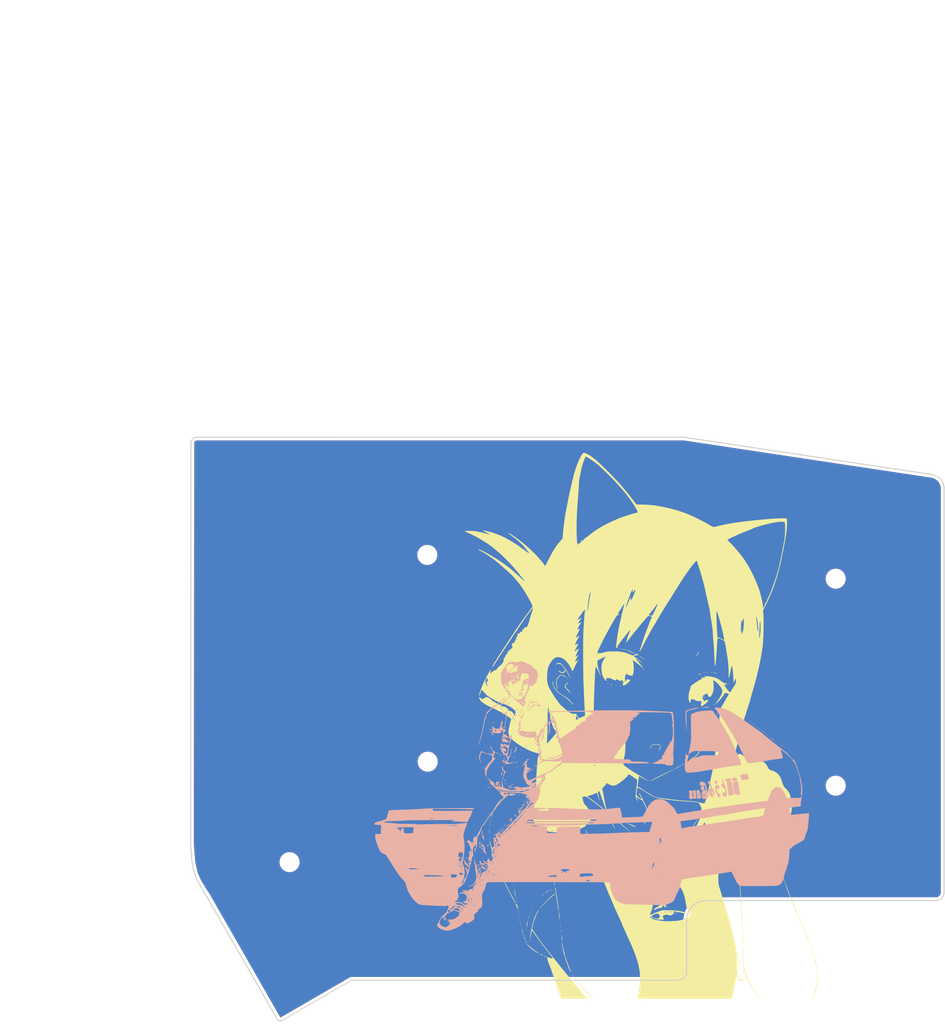
<source format=kicad_pcb>
(kicad_pcb (version 20171130) (host pcbnew "(5.1.4)-1")
  (title_block (title "Lotus 58 Glow MX") (date 2020-12-12) (rev 0.95) (company "Markus Knutsson <markus.knutsson@tweety.se>") (comment 1 https://github.com/TweetyDaBird) (comment 2 "Licensed under CERN-OHL-S v2 or any superseding version"))
  (layers (0 F.Cu signal) (31 B.Cu signal) (34 B.Paste user) (35 F.Paste user) (36 B.SilkS user) (37 F.SilkS user) (38 B.Mask user) (39 F.Mask user) (44 Edge.Cuts user))
  (net 0 "")
  (module "images:kaguya silkscreen" (layer F.Cu) (at 163.83 88.9)
    (fp_text reference G*** hide)
    (fp_text value LOGO hide)
  )
  (module "images:takumi silkscreen" (layer B.Cu) (at 154.94 104.14 180)
    (fp_text reference G*** hide)
    (fp_text value LOGO hide)
  )
  (module MountingHole:MountingHole_2.7mm_M2.5 (layer F.Cu) (at 98.8949 114.1095 90)
    (fp_text reference TH7 hide)
    (fp_text value HOLE)
    (pad 1 np_thru_hole circle (at 0 0 90) (size 2.7 2.7) (drill 2.7) (layers *.Cu *.Mask))
  )
  (module MountingHole:MountingHole_2.7mm_M2.5 (layer F.Cu) (at 199.7 100)
    (fp_text reference TH6 hide)
    (fp_text value HOLE)
    (pad 1 np_thru_hole circle (at 0 0) (size 2.7 2.7) (drill 2.7) (layers *.Cu *.Mask))
  )
  (module MountingHole:MountingHole_2.7mm_M2.5 (layer F.Cu) (at 124.3965 95.5675)
    (fp_text reference TH5 hide)
    (fp_text value HOLE)
    (pad 1 np_thru_hole circle (at 0 0) (size 2.7 2.7) (drill 2.7) (layers *.Cu *.Mask))
  )
  (module MountingHole:MountingHole_2.7mm_M2.5 (layer F.Cu) (at 199.7 61.8)
    (fp_text reference TH4 hide)
    (fp_text value HOLE)
    (pad 1 np_thru_hole circle (at 0 0) (size 2.7 2.7) (drill 2.7) (layers *.Cu *.Mask))
  )
  (module MountingHole:MountingHole_2.7mm_M2.5 (layer F.Cu) (at 124.32538 57.40908)
    (fp_text reference TH3 hide)
    (fp_text value HOLE)
    (pad 1 np_thru_hole circle (at 0 0) (size 2.7 2.7) (drill 2.7) (layers *.Cu *.Mask))
  )
  (gr_line (start 80.7085 111.8235) (end 80.772 112.649) (layer Edge.Cuts) (width 0.2))
  (gr_line (start 80.772 112.649) (end 80.899 114.1095) (layer Edge.Cuts) (width 0.2))
  (gr_line (start 97.594758 143.271756) (end 110.31982 135.90524) (layer Edge.Cuts) (width 0.2))
  (gr_line (start 218.511891 42.96639) (end 217.79552 42.621355) (layer Edge.Cuts) (width 0.2))
  (gr_line (start 219.50172 44.1452) (end 219.70492 44.8564) (layer Edge.Cuts) (width 0.2))
  (gr_line (start 219.13342 43.5102) (end 219.50172 44.1452) (layer Edge.Cuts) (width 0.2))
  (gr_line (start 175.719348 121.193595) (end 218.18092 121.19356) (layer Edge.Cuts) (width 0.2))
  (gr_line (start 175.013524 121.264638) (end 175.719348 121.193595) (layer Edge.Cuts) (width 0.2))
  (gr_line (start 174.356326 121.468421) (end 175.013524 121.264638) (layer Edge.Cuts) (width 0.2))
  (gr_line (start 173.761773 121.790925) (end 174.356326 121.468421) (layer Edge.Cuts) (width 0.2))
  (gr_line (start 173.243884 122.218131) (end 173.761773 121.790925) (layer Edge.Cuts) (width 0.2))
  (gr_line (start 172.816678 122.73602) (end 173.243884 122.218131) (layer Edge.Cuts) (width 0.2))
  (gr_line (start 172.494174 123.330573) (end 172.816678 122.73602) (layer Edge.Cuts) (width 0.2))
  (gr_line (start 172.290391 123.987771) (end 172.494174 123.330573) (layer Edge.Cuts) (width 0.2))
  (gr_line (start 172.19422 124.69622) (end 172.290391 123.987771) (layer Edge.Cuts) (width 0.2))
  (gr_line (start 217.79552 42.621355) (end 171.704 35.687) (layer Edge.Cuts) (width 0.2))
  (gr_line (start 171.53204 135.649242) (end 171.277232 135.787458) (layer Edge.Cuts) (width 0.2))
  (gr_line (start 171.753993 135.466153) (end 171.53204 135.649242) (layer Edge.Cuts) (width 0.2))
  (gr_line (start 171.937081 135.244201) (end 171.753993 135.466153) (layer Edge.Cuts) (width 0.2))
  (gr_line (start 172.075297 134.989392) (end 171.937081 135.244201) (layer Edge.Cuts) (width 0.2))
  (gr_line (start 172.162633 134.707736) (end 172.075297 134.989392) (layer Edge.Cuts) (width 0.2))
  (gr_line (start 172.19308 134.427634) (end 172.162633 134.707736) (layer Edge.Cuts) (width 0.2))
  (gr_line (start 219.70492 44.8564) (end 219.70492 119.6848) (layer Edge.Cuts) (width 0.2))
  (gr_line (start 81.163697 35.869721) (end 81.342063 35.77297) (layer Edge.Cuts) (width 0.2))
  (gr_line (start 81.00833 35.997883) (end 81.163697 35.869721) (layer Edge.Cuts) (width 0.2))
  (gr_line (start 80.880169 36.153249) (end 81.00833 35.997883) (layer Edge.Cuts) (width 0.2))
  (gr_line (start 80.783417 36.331615) (end 80.880169 36.153249) (layer Edge.Cuts) (width 0.2))
  (gr_line (start 80.722283 36.528775) (end 80.783417 36.331615) (layer Edge.Cuts) (width 0.2))
  (gr_line (start 80.7003 36.7444) (end 80.722283 36.528775) (layer Edge.Cuts) (width 0.2))
  (gr_line (start 81.539222 35.711835) (end 81.7544 35.6903) (layer Edge.Cuts) (width 0.2))
  (gr_line (start 81.342063 35.77297) (end 81.539222 35.711835) (layer Edge.Cuts) (width 0.2))
  (gr_line (start 171.704 35.687) (end 81.7544 35.6903) (layer Edge.Cuts) (width 0.2))
  (gr_line (start 80.645 110.617) (end 80.7003 36.7444) (layer Edge.Cuts) (width 0.2))
  (gr_line (start 81.4197 116.3955) (end 81.9785 117.6655) (layer Edge.Cuts) (width 0.2))
  (gr_line (start 81.153 115.3795) (end 81.4197 116.3955) (layer Edge.Cuts) (width 0.2))
  (gr_line (start 80.645 110.617) (end 80.7085 111.8235) (layer Edge.Cuts) (width 0.2))
  (gr_line (start 97.426864 143.357278) (end 97.594758 143.271756) (layer Edge.Cuts) (width 0.2))
  (gr_line (start 97.268206 143.404468) (end 97.426864 143.357278) (layer Edge.Cuts) (width 0.2))
  (gr_line (start 97.119252 143.413974) (end 97.268206 143.404468) (layer Edge.Cuts) (width 0.2))
  (gr_line (start 96.98047 143.386445) (end 97.119252 143.413974) (layer Edge.Cuts) (width 0.2))
  (gr_line (start 96.852328 143.322532) (end 96.98047 143.386445) (layer Edge.Cuts) (width 0.2))
  (gr_line (start 96.735295 143.222884) (end 96.852328 143.322532) (layer Edge.Cuts) (width 0.2))
  (gr_line (start 96.629837 143.08815) (end 96.735295 143.222884) (layer Edge.Cuts) (width 0.2))
  (gr_line (start 81.9785 117.6655) (end 96.629837 143.08815) (layer Edge.Cuts) (width 0.2))
  (gr_line (start 80.899 114.1095) (end 81.153 115.3795) (layer Edge.Cuts) (width 0.2))
  (gr_line (start 110.31982 135.90524) (end 170.69308 135.90524) (layer Edge.Cuts) (width 0.2))
  (gr_line (start 172.19422 124.69622) (end 172.19308 134.427634) (layer Edge.Cuts) (width 0.2))
  (gr_line (start 170.995576 135.874793) (end 170.69308 135.90524) (layer Edge.Cuts) (width 0.2))
  (gr_line (start 171.277232 135.787458) (end 170.995576 135.874793) (layer Edge.Cuts) (width 0.2))
  (gr_line (start 219.13342 43.5102) (end 218.511891 42.96639) (layer Edge.Cuts) (width 0.2))
  (gr_line (start 218.500315 121.165688) (end 218.18092 121.19356) (layer Edge.Cuts) (width 0.2))
  (gr_line (start 218.781972 121.078352) (end 218.500315 121.165688) (layer Edge.Cuts) (width 0.2))
  (gr_line (start 219.03678 120.940136) (end 218.781972 121.078352) (layer Edge.Cuts) (width 0.2))
  (gr_line (start 219.258732 120.757048) (end 219.03678 120.940136) (layer Edge.Cuts) (width 0.2))
  (gr_line (start 219.441821 120.535096) (end 219.258732 120.757048) (layer Edge.Cuts) (width 0.2))
  (gr_line (start 219.580037 120.280287) (end 219.441821 120.535096) (layer Edge.Cuts) (width 0.2))
  (gr_line (start 219.667372 119.998631) (end 219.580037 120.280287) (layer Edge.Cuts) (width 0.2))
  (gr_line (start 219.70492 119.6848) (end 219.667372 119.998631) (layer Edge.Cuts) (width 0.2))
  (zone (net 0) (net_name "") (layer B.Cu) (connect_pads (clearance 0.508)) (min_thickness 0.254) (fill yes (arc_segments 16) (thermal_gap 0.508) (thermal_bridge_width 0.508))
    (polygon (pts (xy 72.54265 35.2056) (xy 219.76055 35.1016) (xy 219.9 121) (xy 173.9 121) (xy 173.9 136) (xy 111.9 136) (xy 97.9 144) (xy 84.074 119.888) (xy 72.6821 103.104)))
  )
  (zone (net 0) (net_name "") (layer F.Cu) (connect_pads (clearance 0.508)) (min_thickness 0.254) (fill yes (arc_segments 16) (thermal_gap 0.508) (thermal_bridge_width 0.508))
    (polygon (pts (xy 72.7649 34.81825) (xy 219.6399 35.48895) (xy 219.9 121) (xy 173.9 121) (xy 173.9 136) (xy 111.9 136) (xy 97.9 144) (xy 84.201 119.888) (xy 73.025 102.3293)))
  )
)
</source>
